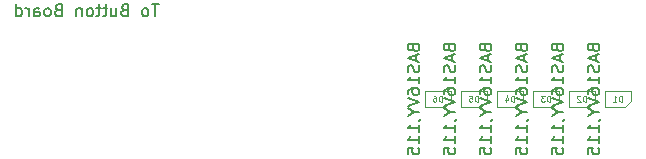
<source format=gbr>
G04 #@! TF.GenerationSoftware,KiCad,Pcbnew,7.0.6*
G04 #@! TF.CreationDate,2023-12-22T13:42:26-08:00*
G04 #@! TF.ProjectId,procon_button_board,70726f63-6f6e-45f6-9275-74746f6e5f62,rev?*
G04 #@! TF.SameCoordinates,Original*
G04 #@! TF.FileFunction,AssemblyDrawing,Bot*
%FSLAX46Y46*%
G04 Gerber Fmt 4.6, Leading zero omitted, Abs format (unit mm)*
G04 Created by KiCad (PCBNEW 7.0.6) date 2023-12-22 13:42:26*
%MOMM*%
%LPD*%
G01*
G04 APERTURE LIST*
%ADD10C,0.150000*%
%ADD11C,0.075000*%
%ADD12C,0.100000*%
G04 APERTURE END LIST*
D10*
X144305729Y-159950088D02*
X144353348Y-160092945D01*
X144353348Y-160092945D02*
X144400967Y-160140564D01*
X144400967Y-160140564D02*
X144496205Y-160188183D01*
X144496205Y-160188183D02*
X144639062Y-160188183D01*
X144639062Y-160188183D02*
X144734300Y-160140564D01*
X144734300Y-160140564D02*
X144781920Y-160092945D01*
X144781920Y-160092945D02*
X144829539Y-159997707D01*
X144829539Y-159997707D02*
X144829539Y-159616755D01*
X144829539Y-159616755D02*
X143829539Y-159616755D01*
X143829539Y-159616755D02*
X143829539Y-159950088D01*
X143829539Y-159950088D02*
X143877158Y-160045326D01*
X143877158Y-160045326D02*
X143924777Y-160092945D01*
X143924777Y-160092945D02*
X144020015Y-160140564D01*
X144020015Y-160140564D02*
X144115253Y-160140564D01*
X144115253Y-160140564D02*
X144210491Y-160092945D01*
X144210491Y-160092945D02*
X144258110Y-160045326D01*
X144258110Y-160045326D02*
X144305729Y-159950088D01*
X144305729Y-159950088D02*
X144305729Y-159616755D01*
X144543824Y-160569136D02*
X144543824Y-161045326D01*
X144829539Y-160473898D02*
X143829539Y-160807231D01*
X143829539Y-160807231D02*
X144829539Y-161140564D01*
X144781920Y-161426279D02*
X144829539Y-161569136D01*
X144829539Y-161569136D02*
X144829539Y-161807231D01*
X144829539Y-161807231D02*
X144781920Y-161902469D01*
X144781920Y-161902469D02*
X144734300Y-161950088D01*
X144734300Y-161950088D02*
X144639062Y-161997707D01*
X144639062Y-161997707D02*
X144543824Y-161997707D01*
X144543824Y-161997707D02*
X144448586Y-161950088D01*
X144448586Y-161950088D02*
X144400967Y-161902469D01*
X144400967Y-161902469D02*
X144353348Y-161807231D01*
X144353348Y-161807231D02*
X144305729Y-161616755D01*
X144305729Y-161616755D02*
X144258110Y-161521517D01*
X144258110Y-161521517D02*
X144210491Y-161473898D01*
X144210491Y-161473898D02*
X144115253Y-161426279D01*
X144115253Y-161426279D02*
X144020015Y-161426279D01*
X144020015Y-161426279D02*
X143924777Y-161473898D01*
X143924777Y-161473898D02*
X143877158Y-161521517D01*
X143877158Y-161521517D02*
X143829539Y-161616755D01*
X143829539Y-161616755D02*
X143829539Y-161854850D01*
X143829539Y-161854850D02*
X143877158Y-161997707D01*
X144829539Y-162950088D02*
X144829539Y-162378660D01*
X144829539Y-162664374D02*
X143829539Y-162664374D01*
X143829539Y-162664374D02*
X143972396Y-162569136D01*
X143972396Y-162569136D02*
X144067634Y-162473898D01*
X144067634Y-162473898D02*
X144115253Y-162378660D01*
X143829539Y-163807231D02*
X143829539Y-163616755D01*
X143829539Y-163616755D02*
X143877158Y-163521517D01*
X143877158Y-163521517D02*
X143924777Y-163473898D01*
X143924777Y-163473898D02*
X144067634Y-163378660D01*
X144067634Y-163378660D02*
X144258110Y-163331041D01*
X144258110Y-163331041D02*
X144639062Y-163331041D01*
X144639062Y-163331041D02*
X144734300Y-163378660D01*
X144734300Y-163378660D02*
X144781920Y-163426279D01*
X144781920Y-163426279D02*
X144829539Y-163521517D01*
X144829539Y-163521517D02*
X144829539Y-163711993D01*
X144829539Y-163711993D02*
X144781920Y-163807231D01*
X144781920Y-163807231D02*
X144734300Y-163854850D01*
X144734300Y-163854850D02*
X144639062Y-163902469D01*
X144639062Y-163902469D02*
X144400967Y-163902469D01*
X144400967Y-163902469D02*
X144305729Y-163854850D01*
X144305729Y-163854850D02*
X144258110Y-163807231D01*
X144258110Y-163807231D02*
X144210491Y-163711993D01*
X144210491Y-163711993D02*
X144210491Y-163521517D01*
X144210491Y-163521517D02*
X144258110Y-163426279D01*
X144258110Y-163426279D02*
X144305729Y-163378660D01*
X144305729Y-163378660D02*
X144400967Y-163331041D01*
X143829539Y-164188184D02*
X144829539Y-164521517D01*
X144829539Y-164521517D02*
X143829539Y-164854850D01*
X144353348Y-165378660D02*
X144829539Y-165378660D01*
X143829539Y-165045327D02*
X144353348Y-165378660D01*
X144353348Y-165378660D02*
X143829539Y-165711993D01*
X144781920Y-166092946D02*
X144829539Y-166092946D01*
X144829539Y-166092946D02*
X144924777Y-166045327D01*
X144924777Y-166045327D02*
X144972396Y-165997708D01*
X144829539Y-167045326D02*
X144829539Y-166473898D01*
X144829539Y-166759612D02*
X143829539Y-166759612D01*
X143829539Y-166759612D02*
X143972396Y-166664374D01*
X143972396Y-166664374D02*
X144067634Y-166569136D01*
X144067634Y-166569136D02*
X144115253Y-166473898D01*
X144829539Y-167997707D02*
X144829539Y-167426279D01*
X144829539Y-167711993D02*
X143829539Y-167711993D01*
X143829539Y-167711993D02*
X143972396Y-167616755D01*
X143972396Y-167616755D02*
X144067634Y-167521517D01*
X144067634Y-167521517D02*
X144115253Y-167426279D01*
X143829539Y-168902469D02*
X143829539Y-168426279D01*
X143829539Y-168426279D02*
X144305729Y-168378660D01*
X144305729Y-168378660D02*
X144258110Y-168426279D01*
X144258110Y-168426279D02*
X144210491Y-168521517D01*
X144210491Y-168521517D02*
X144210491Y-168759612D01*
X144210491Y-168759612D02*
X144258110Y-168854850D01*
X144258110Y-168854850D02*
X144305729Y-168902469D01*
X144305729Y-168902469D02*
X144400967Y-168950088D01*
X144400967Y-168950088D02*
X144639062Y-168950088D01*
X144639062Y-168950088D02*
X144734300Y-168902469D01*
X144734300Y-168902469D02*
X144781920Y-168854850D01*
X144781920Y-168854850D02*
X144829539Y-168759612D01*
X144829539Y-168759612D02*
X144829539Y-168521517D01*
X144829539Y-168521517D02*
X144781920Y-168426279D01*
X144781920Y-168426279D02*
X144734300Y-168378660D01*
D11*
X146743767Y-164487021D02*
X146743767Y-163987021D01*
X146743767Y-163987021D02*
X146624719Y-163987021D01*
X146624719Y-163987021D02*
X146553291Y-164010831D01*
X146553291Y-164010831D02*
X146505672Y-164058450D01*
X146505672Y-164058450D02*
X146481862Y-164106069D01*
X146481862Y-164106069D02*
X146458053Y-164201307D01*
X146458053Y-164201307D02*
X146458053Y-164272735D01*
X146458053Y-164272735D02*
X146481862Y-164367973D01*
X146481862Y-164367973D02*
X146505672Y-164415592D01*
X146505672Y-164415592D02*
X146553291Y-164463212D01*
X146553291Y-164463212D02*
X146624719Y-164487021D01*
X146624719Y-164487021D02*
X146743767Y-164487021D01*
X146267576Y-164034640D02*
X146243767Y-164010831D01*
X146243767Y-164010831D02*
X146196148Y-163987021D01*
X146196148Y-163987021D02*
X146077100Y-163987021D01*
X146077100Y-163987021D02*
X146029481Y-164010831D01*
X146029481Y-164010831D02*
X146005672Y-164034640D01*
X146005672Y-164034640D02*
X145981862Y-164082259D01*
X145981862Y-164082259D02*
X145981862Y-164129878D01*
X145981862Y-164129878D02*
X146005672Y-164201307D01*
X146005672Y-164201307D02*
X146291386Y-164487021D01*
X146291386Y-164487021D02*
X145981862Y-164487021D01*
D10*
X135161729Y-159950088D02*
X135209348Y-160092945D01*
X135209348Y-160092945D02*
X135256967Y-160140564D01*
X135256967Y-160140564D02*
X135352205Y-160188183D01*
X135352205Y-160188183D02*
X135495062Y-160188183D01*
X135495062Y-160188183D02*
X135590300Y-160140564D01*
X135590300Y-160140564D02*
X135637920Y-160092945D01*
X135637920Y-160092945D02*
X135685539Y-159997707D01*
X135685539Y-159997707D02*
X135685539Y-159616755D01*
X135685539Y-159616755D02*
X134685539Y-159616755D01*
X134685539Y-159616755D02*
X134685539Y-159950088D01*
X134685539Y-159950088D02*
X134733158Y-160045326D01*
X134733158Y-160045326D02*
X134780777Y-160092945D01*
X134780777Y-160092945D02*
X134876015Y-160140564D01*
X134876015Y-160140564D02*
X134971253Y-160140564D01*
X134971253Y-160140564D02*
X135066491Y-160092945D01*
X135066491Y-160092945D02*
X135114110Y-160045326D01*
X135114110Y-160045326D02*
X135161729Y-159950088D01*
X135161729Y-159950088D02*
X135161729Y-159616755D01*
X135399824Y-160569136D02*
X135399824Y-161045326D01*
X135685539Y-160473898D02*
X134685539Y-160807231D01*
X134685539Y-160807231D02*
X135685539Y-161140564D01*
X135637920Y-161426279D02*
X135685539Y-161569136D01*
X135685539Y-161569136D02*
X135685539Y-161807231D01*
X135685539Y-161807231D02*
X135637920Y-161902469D01*
X135637920Y-161902469D02*
X135590300Y-161950088D01*
X135590300Y-161950088D02*
X135495062Y-161997707D01*
X135495062Y-161997707D02*
X135399824Y-161997707D01*
X135399824Y-161997707D02*
X135304586Y-161950088D01*
X135304586Y-161950088D02*
X135256967Y-161902469D01*
X135256967Y-161902469D02*
X135209348Y-161807231D01*
X135209348Y-161807231D02*
X135161729Y-161616755D01*
X135161729Y-161616755D02*
X135114110Y-161521517D01*
X135114110Y-161521517D02*
X135066491Y-161473898D01*
X135066491Y-161473898D02*
X134971253Y-161426279D01*
X134971253Y-161426279D02*
X134876015Y-161426279D01*
X134876015Y-161426279D02*
X134780777Y-161473898D01*
X134780777Y-161473898D02*
X134733158Y-161521517D01*
X134733158Y-161521517D02*
X134685539Y-161616755D01*
X134685539Y-161616755D02*
X134685539Y-161854850D01*
X134685539Y-161854850D02*
X134733158Y-161997707D01*
X135685539Y-162950088D02*
X135685539Y-162378660D01*
X135685539Y-162664374D02*
X134685539Y-162664374D01*
X134685539Y-162664374D02*
X134828396Y-162569136D01*
X134828396Y-162569136D02*
X134923634Y-162473898D01*
X134923634Y-162473898D02*
X134971253Y-162378660D01*
X134685539Y-163807231D02*
X134685539Y-163616755D01*
X134685539Y-163616755D02*
X134733158Y-163521517D01*
X134733158Y-163521517D02*
X134780777Y-163473898D01*
X134780777Y-163473898D02*
X134923634Y-163378660D01*
X134923634Y-163378660D02*
X135114110Y-163331041D01*
X135114110Y-163331041D02*
X135495062Y-163331041D01*
X135495062Y-163331041D02*
X135590300Y-163378660D01*
X135590300Y-163378660D02*
X135637920Y-163426279D01*
X135637920Y-163426279D02*
X135685539Y-163521517D01*
X135685539Y-163521517D02*
X135685539Y-163711993D01*
X135685539Y-163711993D02*
X135637920Y-163807231D01*
X135637920Y-163807231D02*
X135590300Y-163854850D01*
X135590300Y-163854850D02*
X135495062Y-163902469D01*
X135495062Y-163902469D02*
X135256967Y-163902469D01*
X135256967Y-163902469D02*
X135161729Y-163854850D01*
X135161729Y-163854850D02*
X135114110Y-163807231D01*
X135114110Y-163807231D02*
X135066491Y-163711993D01*
X135066491Y-163711993D02*
X135066491Y-163521517D01*
X135066491Y-163521517D02*
X135114110Y-163426279D01*
X135114110Y-163426279D02*
X135161729Y-163378660D01*
X135161729Y-163378660D02*
X135256967Y-163331041D01*
X134685539Y-164188184D02*
X135685539Y-164521517D01*
X135685539Y-164521517D02*
X134685539Y-164854850D01*
X135209348Y-165378660D02*
X135685539Y-165378660D01*
X134685539Y-165045327D02*
X135209348Y-165378660D01*
X135209348Y-165378660D02*
X134685539Y-165711993D01*
X135637920Y-166092946D02*
X135685539Y-166092946D01*
X135685539Y-166092946D02*
X135780777Y-166045327D01*
X135780777Y-166045327D02*
X135828396Y-165997708D01*
X135685539Y-167045326D02*
X135685539Y-166473898D01*
X135685539Y-166759612D02*
X134685539Y-166759612D01*
X134685539Y-166759612D02*
X134828396Y-166664374D01*
X134828396Y-166664374D02*
X134923634Y-166569136D01*
X134923634Y-166569136D02*
X134971253Y-166473898D01*
X135685539Y-167997707D02*
X135685539Y-167426279D01*
X135685539Y-167711993D02*
X134685539Y-167711993D01*
X134685539Y-167711993D02*
X134828396Y-167616755D01*
X134828396Y-167616755D02*
X134923634Y-167521517D01*
X134923634Y-167521517D02*
X134971253Y-167426279D01*
X134685539Y-168902469D02*
X134685539Y-168426279D01*
X134685539Y-168426279D02*
X135161729Y-168378660D01*
X135161729Y-168378660D02*
X135114110Y-168426279D01*
X135114110Y-168426279D02*
X135066491Y-168521517D01*
X135066491Y-168521517D02*
X135066491Y-168759612D01*
X135066491Y-168759612D02*
X135114110Y-168854850D01*
X135114110Y-168854850D02*
X135161729Y-168902469D01*
X135161729Y-168902469D02*
X135256967Y-168950088D01*
X135256967Y-168950088D02*
X135495062Y-168950088D01*
X135495062Y-168950088D02*
X135590300Y-168902469D01*
X135590300Y-168902469D02*
X135637920Y-168854850D01*
X135637920Y-168854850D02*
X135685539Y-168759612D01*
X135685539Y-168759612D02*
X135685539Y-168521517D01*
X135685539Y-168521517D02*
X135637920Y-168426279D01*
X135637920Y-168426279D02*
X135590300Y-168378660D01*
D11*
X137599767Y-164487021D02*
X137599767Y-163987021D01*
X137599767Y-163987021D02*
X137480719Y-163987021D01*
X137480719Y-163987021D02*
X137409291Y-164010831D01*
X137409291Y-164010831D02*
X137361672Y-164058450D01*
X137361672Y-164058450D02*
X137337862Y-164106069D01*
X137337862Y-164106069D02*
X137314053Y-164201307D01*
X137314053Y-164201307D02*
X137314053Y-164272735D01*
X137314053Y-164272735D02*
X137337862Y-164367973D01*
X137337862Y-164367973D02*
X137361672Y-164415592D01*
X137361672Y-164415592D02*
X137409291Y-164463212D01*
X137409291Y-164463212D02*
X137480719Y-164487021D01*
X137480719Y-164487021D02*
X137599767Y-164487021D01*
X136861672Y-163987021D02*
X137099767Y-163987021D01*
X137099767Y-163987021D02*
X137123576Y-164225116D01*
X137123576Y-164225116D02*
X137099767Y-164201307D01*
X137099767Y-164201307D02*
X137052148Y-164177497D01*
X137052148Y-164177497D02*
X136933100Y-164177497D01*
X136933100Y-164177497D02*
X136885481Y-164201307D01*
X136885481Y-164201307D02*
X136861672Y-164225116D01*
X136861672Y-164225116D02*
X136837862Y-164272735D01*
X136837862Y-164272735D02*
X136837862Y-164391783D01*
X136837862Y-164391783D02*
X136861672Y-164439402D01*
X136861672Y-164439402D02*
X136885481Y-164463212D01*
X136885481Y-164463212D02*
X136933100Y-164487021D01*
X136933100Y-164487021D02*
X137052148Y-164487021D01*
X137052148Y-164487021D02*
X137099767Y-164463212D01*
X137099767Y-164463212D02*
X137123576Y-164439402D01*
D10*
X138209729Y-159950088D02*
X138257348Y-160092945D01*
X138257348Y-160092945D02*
X138304967Y-160140564D01*
X138304967Y-160140564D02*
X138400205Y-160188183D01*
X138400205Y-160188183D02*
X138543062Y-160188183D01*
X138543062Y-160188183D02*
X138638300Y-160140564D01*
X138638300Y-160140564D02*
X138685920Y-160092945D01*
X138685920Y-160092945D02*
X138733539Y-159997707D01*
X138733539Y-159997707D02*
X138733539Y-159616755D01*
X138733539Y-159616755D02*
X137733539Y-159616755D01*
X137733539Y-159616755D02*
X137733539Y-159950088D01*
X137733539Y-159950088D02*
X137781158Y-160045326D01*
X137781158Y-160045326D02*
X137828777Y-160092945D01*
X137828777Y-160092945D02*
X137924015Y-160140564D01*
X137924015Y-160140564D02*
X138019253Y-160140564D01*
X138019253Y-160140564D02*
X138114491Y-160092945D01*
X138114491Y-160092945D02*
X138162110Y-160045326D01*
X138162110Y-160045326D02*
X138209729Y-159950088D01*
X138209729Y-159950088D02*
X138209729Y-159616755D01*
X138447824Y-160569136D02*
X138447824Y-161045326D01*
X138733539Y-160473898D02*
X137733539Y-160807231D01*
X137733539Y-160807231D02*
X138733539Y-161140564D01*
X138685920Y-161426279D02*
X138733539Y-161569136D01*
X138733539Y-161569136D02*
X138733539Y-161807231D01*
X138733539Y-161807231D02*
X138685920Y-161902469D01*
X138685920Y-161902469D02*
X138638300Y-161950088D01*
X138638300Y-161950088D02*
X138543062Y-161997707D01*
X138543062Y-161997707D02*
X138447824Y-161997707D01*
X138447824Y-161997707D02*
X138352586Y-161950088D01*
X138352586Y-161950088D02*
X138304967Y-161902469D01*
X138304967Y-161902469D02*
X138257348Y-161807231D01*
X138257348Y-161807231D02*
X138209729Y-161616755D01*
X138209729Y-161616755D02*
X138162110Y-161521517D01*
X138162110Y-161521517D02*
X138114491Y-161473898D01*
X138114491Y-161473898D02*
X138019253Y-161426279D01*
X138019253Y-161426279D02*
X137924015Y-161426279D01*
X137924015Y-161426279D02*
X137828777Y-161473898D01*
X137828777Y-161473898D02*
X137781158Y-161521517D01*
X137781158Y-161521517D02*
X137733539Y-161616755D01*
X137733539Y-161616755D02*
X137733539Y-161854850D01*
X137733539Y-161854850D02*
X137781158Y-161997707D01*
X138733539Y-162950088D02*
X138733539Y-162378660D01*
X138733539Y-162664374D02*
X137733539Y-162664374D01*
X137733539Y-162664374D02*
X137876396Y-162569136D01*
X137876396Y-162569136D02*
X137971634Y-162473898D01*
X137971634Y-162473898D02*
X138019253Y-162378660D01*
X137733539Y-163807231D02*
X137733539Y-163616755D01*
X137733539Y-163616755D02*
X137781158Y-163521517D01*
X137781158Y-163521517D02*
X137828777Y-163473898D01*
X137828777Y-163473898D02*
X137971634Y-163378660D01*
X137971634Y-163378660D02*
X138162110Y-163331041D01*
X138162110Y-163331041D02*
X138543062Y-163331041D01*
X138543062Y-163331041D02*
X138638300Y-163378660D01*
X138638300Y-163378660D02*
X138685920Y-163426279D01*
X138685920Y-163426279D02*
X138733539Y-163521517D01*
X138733539Y-163521517D02*
X138733539Y-163711993D01*
X138733539Y-163711993D02*
X138685920Y-163807231D01*
X138685920Y-163807231D02*
X138638300Y-163854850D01*
X138638300Y-163854850D02*
X138543062Y-163902469D01*
X138543062Y-163902469D02*
X138304967Y-163902469D01*
X138304967Y-163902469D02*
X138209729Y-163854850D01*
X138209729Y-163854850D02*
X138162110Y-163807231D01*
X138162110Y-163807231D02*
X138114491Y-163711993D01*
X138114491Y-163711993D02*
X138114491Y-163521517D01*
X138114491Y-163521517D02*
X138162110Y-163426279D01*
X138162110Y-163426279D02*
X138209729Y-163378660D01*
X138209729Y-163378660D02*
X138304967Y-163331041D01*
X137733539Y-164188184D02*
X138733539Y-164521517D01*
X138733539Y-164521517D02*
X137733539Y-164854850D01*
X138257348Y-165378660D02*
X138733539Y-165378660D01*
X137733539Y-165045327D02*
X138257348Y-165378660D01*
X138257348Y-165378660D02*
X137733539Y-165711993D01*
X138685920Y-166092946D02*
X138733539Y-166092946D01*
X138733539Y-166092946D02*
X138828777Y-166045327D01*
X138828777Y-166045327D02*
X138876396Y-165997708D01*
X138733539Y-167045326D02*
X138733539Y-166473898D01*
X138733539Y-166759612D02*
X137733539Y-166759612D01*
X137733539Y-166759612D02*
X137876396Y-166664374D01*
X137876396Y-166664374D02*
X137971634Y-166569136D01*
X137971634Y-166569136D02*
X138019253Y-166473898D01*
X138733539Y-167997707D02*
X138733539Y-167426279D01*
X138733539Y-167711993D02*
X137733539Y-167711993D01*
X137733539Y-167711993D02*
X137876396Y-167616755D01*
X137876396Y-167616755D02*
X137971634Y-167521517D01*
X137971634Y-167521517D02*
X138019253Y-167426279D01*
X137733539Y-168902469D02*
X137733539Y-168426279D01*
X137733539Y-168426279D02*
X138209729Y-168378660D01*
X138209729Y-168378660D02*
X138162110Y-168426279D01*
X138162110Y-168426279D02*
X138114491Y-168521517D01*
X138114491Y-168521517D02*
X138114491Y-168759612D01*
X138114491Y-168759612D02*
X138162110Y-168854850D01*
X138162110Y-168854850D02*
X138209729Y-168902469D01*
X138209729Y-168902469D02*
X138304967Y-168950088D01*
X138304967Y-168950088D02*
X138543062Y-168950088D01*
X138543062Y-168950088D02*
X138638300Y-168902469D01*
X138638300Y-168902469D02*
X138685920Y-168854850D01*
X138685920Y-168854850D02*
X138733539Y-168759612D01*
X138733539Y-168759612D02*
X138733539Y-168521517D01*
X138733539Y-168521517D02*
X138685920Y-168426279D01*
X138685920Y-168426279D02*
X138638300Y-168378660D01*
D11*
X140647767Y-164487021D02*
X140647767Y-163987021D01*
X140647767Y-163987021D02*
X140528719Y-163987021D01*
X140528719Y-163987021D02*
X140457291Y-164010831D01*
X140457291Y-164010831D02*
X140409672Y-164058450D01*
X140409672Y-164058450D02*
X140385862Y-164106069D01*
X140385862Y-164106069D02*
X140362053Y-164201307D01*
X140362053Y-164201307D02*
X140362053Y-164272735D01*
X140362053Y-164272735D02*
X140385862Y-164367973D01*
X140385862Y-164367973D02*
X140409672Y-164415592D01*
X140409672Y-164415592D02*
X140457291Y-164463212D01*
X140457291Y-164463212D02*
X140528719Y-164487021D01*
X140528719Y-164487021D02*
X140647767Y-164487021D01*
X139933481Y-164153688D02*
X139933481Y-164487021D01*
X140052529Y-163963212D02*
X140171576Y-164320354D01*
X140171576Y-164320354D02*
X139862053Y-164320354D01*
D10*
X132113729Y-159950088D02*
X132161348Y-160092945D01*
X132161348Y-160092945D02*
X132208967Y-160140564D01*
X132208967Y-160140564D02*
X132304205Y-160188183D01*
X132304205Y-160188183D02*
X132447062Y-160188183D01*
X132447062Y-160188183D02*
X132542300Y-160140564D01*
X132542300Y-160140564D02*
X132589920Y-160092945D01*
X132589920Y-160092945D02*
X132637539Y-159997707D01*
X132637539Y-159997707D02*
X132637539Y-159616755D01*
X132637539Y-159616755D02*
X131637539Y-159616755D01*
X131637539Y-159616755D02*
X131637539Y-159950088D01*
X131637539Y-159950088D02*
X131685158Y-160045326D01*
X131685158Y-160045326D02*
X131732777Y-160092945D01*
X131732777Y-160092945D02*
X131828015Y-160140564D01*
X131828015Y-160140564D02*
X131923253Y-160140564D01*
X131923253Y-160140564D02*
X132018491Y-160092945D01*
X132018491Y-160092945D02*
X132066110Y-160045326D01*
X132066110Y-160045326D02*
X132113729Y-159950088D01*
X132113729Y-159950088D02*
X132113729Y-159616755D01*
X132351824Y-160569136D02*
X132351824Y-161045326D01*
X132637539Y-160473898D02*
X131637539Y-160807231D01*
X131637539Y-160807231D02*
X132637539Y-161140564D01*
X132589920Y-161426279D02*
X132637539Y-161569136D01*
X132637539Y-161569136D02*
X132637539Y-161807231D01*
X132637539Y-161807231D02*
X132589920Y-161902469D01*
X132589920Y-161902469D02*
X132542300Y-161950088D01*
X132542300Y-161950088D02*
X132447062Y-161997707D01*
X132447062Y-161997707D02*
X132351824Y-161997707D01*
X132351824Y-161997707D02*
X132256586Y-161950088D01*
X132256586Y-161950088D02*
X132208967Y-161902469D01*
X132208967Y-161902469D02*
X132161348Y-161807231D01*
X132161348Y-161807231D02*
X132113729Y-161616755D01*
X132113729Y-161616755D02*
X132066110Y-161521517D01*
X132066110Y-161521517D02*
X132018491Y-161473898D01*
X132018491Y-161473898D02*
X131923253Y-161426279D01*
X131923253Y-161426279D02*
X131828015Y-161426279D01*
X131828015Y-161426279D02*
X131732777Y-161473898D01*
X131732777Y-161473898D02*
X131685158Y-161521517D01*
X131685158Y-161521517D02*
X131637539Y-161616755D01*
X131637539Y-161616755D02*
X131637539Y-161854850D01*
X131637539Y-161854850D02*
X131685158Y-161997707D01*
X132637539Y-162950088D02*
X132637539Y-162378660D01*
X132637539Y-162664374D02*
X131637539Y-162664374D01*
X131637539Y-162664374D02*
X131780396Y-162569136D01*
X131780396Y-162569136D02*
X131875634Y-162473898D01*
X131875634Y-162473898D02*
X131923253Y-162378660D01*
X131637539Y-163807231D02*
X131637539Y-163616755D01*
X131637539Y-163616755D02*
X131685158Y-163521517D01*
X131685158Y-163521517D02*
X131732777Y-163473898D01*
X131732777Y-163473898D02*
X131875634Y-163378660D01*
X131875634Y-163378660D02*
X132066110Y-163331041D01*
X132066110Y-163331041D02*
X132447062Y-163331041D01*
X132447062Y-163331041D02*
X132542300Y-163378660D01*
X132542300Y-163378660D02*
X132589920Y-163426279D01*
X132589920Y-163426279D02*
X132637539Y-163521517D01*
X132637539Y-163521517D02*
X132637539Y-163711993D01*
X132637539Y-163711993D02*
X132589920Y-163807231D01*
X132589920Y-163807231D02*
X132542300Y-163854850D01*
X132542300Y-163854850D02*
X132447062Y-163902469D01*
X132447062Y-163902469D02*
X132208967Y-163902469D01*
X132208967Y-163902469D02*
X132113729Y-163854850D01*
X132113729Y-163854850D02*
X132066110Y-163807231D01*
X132066110Y-163807231D02*
X132018491Y-163711993D01*
X132018491Y-163711993D02*
X132018491Y-163521517D01*
X132018491Y-163521517D02*
X132066110Y-163426279D01*
X132066110Y-163426279D02*
X132113729Y-163378660D01*
X132113729Y-163378660D02*
X132208967Y-163331041D01*
X131637539Y-164188184D02*
X132637539Y-164521517D01*
X132637539Y-164521517D02*
X131637539Y-164854850D01*
X132161348Y-165378660D02*
X132637539Y-165378660D01*
X131637539Y-165045327D02*
X132161348Y-165378660D01*
X132161348Y-165378660D02*
X131637539Y-165711993D01*
X132589920Y-166092946D02*
X132637539Y-166092946D01*
X132637539Y-166092946D02*
X132732777Y-166045327D01*
X132732777Y-166045327D02*
X132780396Y-165997708D01*
X132637539Y-167045326D02*
X132637539Y-166473898D01*
X132637539Y-166759612D02*
X131637539Y-166759612D01*
X131637539Y-166759612D02*
X131780396Y-166664374D01*
X131780396Y-166664374D02*
X131875634Y-166569136D01*
X131875634Y-166569136D02*
X131923253Y-166473898D01*
X132637539Y-167997707D02*
X132637539Y-167426279D01*
X132637539Y-167711993D02*
X131637539Y-167711993D01*
X131637539Y-167711993D02*
X131780396Y-167616755D01*
X131780396Y-167616755D02*
X131875634Y-167521517D01*
X131875634Y-167521517D02*
X131923253Y-167426279D01*
X131637539Y-168902469D02*
X131637539Y-168426279D01*
X131637539Y-168426279D02*
X132113729Y-168378660D01*
X132113729Y-168378660D02*
X132066110Y-168426279D01*
X132066110Y-168426279D02*
X132018491Y-168521517D01*
X132018491Y-168521517D02*
X132018491Y-168759612D01*
X132018491Y-168759612D02*
X132066110Y-168854850D01*
X132066110Y-168854850D02*
X132113729Y-168902469D01*
X132113729Y-168902469D02*
X132208967Y-168950088D01*
X132208967Y-168950088D02*
X132447062Y-168950088D01*
X132447062Y-168950088D02*
X132542300Y-168902469D01*
X132542300Y-168902469D02*
X132589920Y-168854850D01*
X132589920Y-168854850D02*
X132637539Y-168759612D01*
X132637539Y-168759612D02*
X132637539Y-168521517D01*
X132637539Y-168521517D02*
X132589920Y-168426279D01*
X132589920Y-168426279D02*
X132542300Y-168378660D01*
D11*
X134551767Y-164487021D02*
X134551767Y-163987021D01*
X134551767Y-163987021D02*
X134432719Y-163987021D01*
X134432719Y-163987021D02*
X134361291Y-164010831D01*
X134361291Y-164010831D02*
X134313672Y-164058450D01*
X134313672Y-164058450D02*
X134289862Y-164106069D01*
X134289862Y-164106069D02*
X134266053Y-164201307D01*
X134266053Y-164201307D02*
X134266053Y-164272735D01*
X134266053Y-164272735D02*
X134289862Y-164367973D01*
X134289862Y-164367973D02*
X134313672Y-164415592D01*
X134313672Y-164415592D02*
X134361291Y-164463212D01*
X134361291Y-164463212D02*
X134432719Y-164487021D01*
X134432719Y-164487021D02*
X134551767Y-164487021D01*
X133837481Y-163987021D02*
X133932719Y-163987021D01*
X133932719Y-163987021D02*
X133980338Y-164010831D01*
X133980338Y-164010831D02*
X134004148Y-164034640D01*
X134004148Y-164034640D02*
X134051767Y-164106069D01*
X134051767Y-164106069D02*
X134075576Y-164201307D01*
X134075576Y-164201307D02*
X134075576Y-164391783D01*
X134075576Y-164391783D02*
X134051767Y-164439402D01*
X134051767Y-164439402D02*
X134027957Y-164463212D01*
X134027957Y-164463212D02*
X133980338Y-164487021D01*
X133980338Y-164487021D02*
X133885100Y-164487021D01*
X133885100Y-164487021D02*
X133837481Y-164463212D01*
X133837481Y-164463212D02*
X133813672Y-164439402D01*
X133813672Y-164439402D02*
X133789862Y-164391783D01*
X133789862Y-164391783D02*
X133789862Y-164272735D01*
X133789862Y-164272735D02*
X133813672Y-164225116D01*
X133813672Y-164225116D02*
X133837481Y-164201307D01*
X133837481Y-164201307D02*
X133885100Y-164177497D01*
X133885100Y-164177497D02*
X133980338Y-164177497D01*
X133980338Y-164177497D02*
X134027957Y-164201307D01*
X134027957Y-164201307D02*
X134051767Y-164225116D01*
X134051767Y-164225116D02*
X134075576Y-164272735D01*
D10*
X141257729Y-159950088D02*
X141305348Y-160092945D01*
X141305348Y-160092945D02*
X141352967Y-160140564D01*
X141352967Y-160140564D02*
X141448205Y-160188183D01*
X141448205Y-160188183D02*
X141591062Y-160188183D01*
X141591062Y-160188183D02*
X141686300Y-160140564D01*
X141686300Y-160140564D02*
X141733920Y-160092945D01*
X141733920Y-160092945D02*
X141781539Y-159997707D01*
X141781539Y-159997707D02*
X141781539Y-159616755D01*
X141781539Y-159616755D02*
X140781539Y-159616755D01*
X140781539Y-159616755D02*
X140781539Y-159950088D01*
X140781539Y-159950088D02*
X140829158Y-160045326D01*
X140829158Y-160045326D02*
X140876777Y-160092945D01*
X140876777Y-160092945D02*
X140972015Y-160140564D01*
X140972015Y-160140564D02*
X141067253Y-160140564D01*
X141067253Y-160140564D02*
X141162491Y-160092945D01*
X141162491Y-160092945D02*
X141210110Y-160045326D01*
X141210110Y-160045326D02*
X141257729Y-159950088D01*
X141257729Y-159950088D02*
X141257729Y-159616755D01*
X141495824Y-160569136D02*
X141495824Y-161045326D01*
X141781539Y-160473898D02*
X140781539Y-160807231D01*
X140781539Y-160807231D02*
X141781539Y-161140564D01*
X141733920Y-161426279D02*
X141781539Y-161569136D01*
X141781539Y-161569136D02*
X141781539Y-161807231D01*
X141781539Y-161807231D02*
X141733920Y-161902469D01*
X141733920Y-161902469D02*
X141686300Y-161950088D01*
X141686300Y-161950088D02*
X141591062Y-161997707D01*
X141591062Y-161997707D02*
X141495824Y-161997707D01*
X141495824Y-161997707D02*
X141400586Y-161950088D01*
X141400586Y-161950088D02*
X141352967Y-161902469D01*
X141352967Y-161902469D02*
X141305348Y-161807231D01*
X141305348Y-161807231D02*
X141257729Y-161616755D01*
X141257729Y-161616755D02*
X141210110Y-161521517D01*
X141210110Y-161521517D02*
X141162491Y-161473898D01*
X141162491Y-161473898D02*
X141067253Y-161426279D01*
X141067253Y-161426279D02*
X140972015Y-161426279D01*
X140972015Y-161426279D02*
X140876777Y-161473898D01*
X140876777Y-161473898D02*
X140829158Y-161521517D01*
X140829158Y-161521517D02*
X140781539Y-161616755D01*
X140781539Y-161616755D02*
X140781539Y-161854850D01*
X140781539Y-161854850D02*
X140829158Y-161997707D01*
X141781539Y-162950088D02*
X141781539Y-162378660D01*
X141781539Y-162664374D02*
X140781539Y-162664374D01*
X140781539Y-162664374D02*
X140924396Y-162569136D01*
X140924396Y-162569136D02*
X141019634Y-162473898D01*
X141019634Y-162473898D02*
X141067253Y-162378660D01*
X140781539Y-163807231D02*
X140781539Y-163616755D01*
X140781539Y-163616755D02*
X140829158Y-163521517D01*
X140829158Y-163521517D02*
X140876777Y-163473898D01*
X140876777Y-163473898D02*
X141019634Y-163378660D01*
X141019634Y-163378660D02*
X141210110Y-163331041D01*
X141210110Y-163331041D02*
X141591062Y-163331041D01*
X141591062Y-163331041D02*
X141686300Y-163378660D01*
X141686300Y-163378660D02*
X141733920Y-163426279D01*
X141733920Y-163426279D02*
X141781539Y-163521517D01*
X141781539Y-163521517D02*
X141781539Y-163711993D01*
X141781539Y-163711993D02*
X141733920Y-163807231D01*
X141733920Y-163807231D02*
X141686300Y-163854850D01*
X141686300Y-163854850D02*
X141591062Y-163902469D01*
X141591062Y-163902469D02*
X141352967Y-163902469D01*
X141352967Y-163902469D02*
X141257729Y-163854850D01*
X141257729Y-163854850D02*
X141210110Y-163807231D01*
X141210110Y-163807231D02*
X141162491Y-163711993D01*
X141162491Y-163711993D02*
X141162491Y-163521517D01*
X141162491Y-163521517D02*
X141210110Y-163426279D01*
X141210110Y-163426279D02*
X141257729Y-163378660D01*
X141257729Y-163378660D02*
X141352967Y-163331041D01*
X140781539Y-164188184D02*
X141781539Y-164521517D01*
X141781539Y-164521517D02*
X140781539Y-164854850D01*
X141305348Y-165378660D02*
X141781539Y-165378660D01*
X140781539Y-165045327D02*
X141305348Y-165378660D01*
X141305348Y-165378660D02*
X140781539Y-165711993D01*
X141733920Y-166092946D02*
X141781539Y-166092946D01*
X141781539Y-166092946D02*
X141876777Y-166045327D01*
X141876777Y-166045327D02*
X141924396Y-165997708D01*
X141781539Y-167045326D02*
X141781539Y-166473898D01*
X141781539Y-166759612D02*
X140781539Y-166759612D01*
X140781539Y-166759612D02*
X140924396Y-166664374D01*
X140924396Y-166664374D02*
X141019634Y-166569136D01*
X141019634Y-166569136D02*
X141067253Y-166473898D01*
X141781539Y-167997707D02*
X141781539Y-167426279D01*
X141781539Y-167711993D02*
X140781539Y-167711993D01*
X140781539Y-167711993D02*
X140924396Y-167616755D01*
X140924396Y-167616755D02*
X141019634Y-167521517D01*
X141019634Y-167521517D02*
X141067253Y-167426279D01*
X140781539Y-168902469D02*
X140781539Y-168426279D01*
X140781539Y-168426279D02*
X141257729Y-168378660D01*
X141257729Y-168378660D02*
X141210110Y-168426279D01*
X141210110Y-168426279D02*
X141162491Y-168521517D01*
X141162491Y-168521517D02*
X141162491Y-168759612D01*
X141162491Y-168759612D02*
X141210110Y-168854850D01*
X141210110Y-168854850D02*
X141257729Y-168902469D01*
X141257729Y-168902469D02*
X141352967Y-168950088D01*
X141352967Y-168950088D02*
X141591062Y-168950088D01*
X141591062Y-168950088D02*
X141686300Y-168902469D01*
X141686300Y-168902469D02*
X141733920Y-168854850D01*
X141733920Y-168854850D02*
X141781539Y-168759612D01*
X141781539Y-168759612D02*
X141781539Y-168521517D01*
X141781539Y-168521517D02*
X141733920Y-168426279D01*
X141733920Y-168426279D02*
X141686300Y-168378660D01*
D11*
X143695767Y-164487021D02*
X143695767Y-163987021D01*
X143695767Y-163987021D02*
X143576719Y-163987021D01*
X143576719Y-163987021D02*
X143505291Y-164010831D01*
X143505291Y-164010831D02*
X143457672Y-164058450D01*
X143457672Y-164058450D02*
X143433862Y-164106069D01*
X143433862Y-164106069D02*
X143410053Y-164201307D01*
X143410053Y-164201307D02*
X143410053Y-164272735D01*
X143410053Y-164272735D02*
X143433862Y-164367973D01*
X143433862Y-164367973D02*
X143457672Y-164415592D01*
X143457672Y-164415592D02*
X143505291Y-164463212D01*
X143505291Y-164463212D02*
X143576719Y-164487021D01*
X143576719Y-164487021D02*
X143695767Y-164487021D01*
X143243386Y-163987021D02*
X142933862Y-163987021D01*
X142933862Y-163987021D02*
X143100529Y-164177497D01*
X143100529Y-164177497D02*
X143029100Y-164177497D01*
X143029100Y-164177497D02*
X142981481Y-164201307D01*
X142981481Y-164201307D02*
X142957672Y-164225116D01*
X142957672Y-164225116D02*
X142933862Y-164272735D01*
X142933862Y-164272735D02*
X142933862Y-164391783D01*
X142933862Y-164391783D02*
X142957672Y-164439402D01*
X142957672Y-164439402D02*
X142981481Y-164463212D01*
X142981481Y-164463212D02*
X143029100Y-164487021D01*
X143029100Y-164487021D02*
X143171957Y-164487021D01*
X143171957Y-164487021D02*
X143219576Y-164463212D01*
X143219576Y-164463212D02*
X143243386Y-164439402D01*
D10*
X147353729Y-159950088D02*
X147401348Y-160092945D01*
X147401348Y-160092945D02*
X147448967Y-160140564D01*
X147448967Y-160140564D02*
X147544205Y-160188183D01*
X147544205Y-160188183D02*
X147687062Y-160188183D01*
X147687062Y-160188183D02*
X147782300Y-160140564D01*
X147782300Y-160140564D02*
X147829920Y-160092945D01*
X147829920Y-160092945D02*
X147877539Y-159997707D01*
X147877539Y-159997707D02*
X147877539Y-159616755D01*
X147877539Y-159616755D02*
X146877539Y-159616755D01*
X146877539Y-159616755D02*
X146877539Y-159950088D01*
X146877539Y-159950088D02*
X146925158Y-160045326D01*
X146925158Y-160045326D02*
X146972777Y-160092945D01*
X146972777Y-160092945D02*
X147068015Y-160140564D01*
X147068015Y-160140564D02*
X147163253Y-160140564D01*
X147163253Y-160140564D02*
X147258491Y-160092945D01*
X147258491Y-160092945D02*
X147306110Y-160045326D01*
X147306110Y-160045326D02*
X147353729Y-159950088D01*
X147353729Y-159950088D02*
X147353729Y-159616755D01*
X147591824Y-160569136D02*
X147591824Y-161045326D01*
X147877539Y-160473898D02*
X146877539Y-160807231D01*
X146877539Y-160807231D02*
X147877539Y-161140564D01*
X147829920Y-161426279D02*
X147877539Y-161569136D01*
X147877539Y-161569136D02*
X147877539Y-161807231D01*
X147877539Y-161807231D02*
X147829920Y-161902469D01*
X147829920Y-161902469D02*
X147782300Y-161950088D01*
X147782300Y-161950088D02*
X147687062Y-161997707D01*
X147687062Y-161997707D02*
X147591824Y-161997707D01*
X147591824Y-161997707D02*
X147496586Y-161950088D01*
X147496586Y-161950088D02*
X147448967Y-161902469D01*
X147448967Y-161902469D02*
X147401348Y-161807231D01*
X147401348Y-161807231D02*
X147353729Y-161616755D01*
X147353729Y-161616755D02*
X147306110Y-161521517D01*
X147306110Y-161521517D02*
X147258491Y-161473898D01*
X147258491Y-161473898D02*
X147163253Y-161426279D01*
X147163253Y-161426279D02*
X147068015Y-161426279D01*
X147068015Y-161426279D02*
X146972777Y-161473898D01*
X146972777Y-161473898D02*
X146925158Y-161521517D01*
X146925158Y-161521517D02*
X146877539Y-161616755D01*
X146877539Y-161616755D02*
X146877539Y-161854850D01*
X146877539Y-161854850D02*
X146925158Y-161997707D01*
X147877539Y-162950088D02*
X147877539Y-162378660D01*
X147877539Y-162664374D02*
X146877539Y-162664374D01*
X146877539Y-162664374D02*
X147020396Y-162569136D01*
X147020396Y-162569136D02*
X147115634Y-162473898D01*
X147115634Y-162473898D02*
X147163253Y-162378660D01*
X146877539Y-163807231D02*
X146877539Y-163616755D01*
X146877539Y-163616755D02*
X146925158Y-163521517D01*
X146925158Y-163521517D02*
X146972777Y-163473898D01*
X146972777Y-163473898D02*
X147115634Y-163378660D01*
X147115634Y-163378660D02*
X147306110Y-163331041D01*
X147306110Y-163331041D02*
X147687062Y-163331041D01*
X147687062Y-163331041D02*
X147782300Y-163378660D01*
X147782300Y-163378660D02*
X147829920Y-163426279D01*
X147829920Y-163426279D02*
X147877539Y-163521517D01*
X147877539Y-163521517D02*
X147877539Y-163711993D01*
X147877539Y-163711993D02*
X147829920Y-163807231D01*
X147829920Y-163807231D02*
X147782300Y-163854850D01*
X147782300Y-163854850D02*
X147687062Y-163902469D01*
X147687062Y-163902469D02*
X147448967Y-163902469D01*
X147448967Y-163902469D02*
X147353729Y-163854850D01*
X147353729Y-163854850D02*
X147306110Y-163807231D01*
X147306110Y-163807231D02*
X147258491Y-163711993D01*
X147258491Y-163711993D02*
X147258491Y-163521517D01*
X147258491Y-163521517D02*
X147306110Y-163426279D01*
X147306110Y-163426279D02*
X147353729Y-163378660D01*
X147353729Y-163378660D02*
X147448967Y-163331041D01*
X146877539Y-164188184D02*
X147877539Y-164521517D01*
X147877539Y-164521517D02*
X146877539Y-164854850D01*
X147401348Y-165378660D02*
X147877539Y-165378660D01*
X146877539Y-165045327D02*
X147401348Y-165378660D01*
X147401348Y-165378660D02*
X146877539Y-165711993D01*
X147829920Y-166092946D02*
X147877539Y-166092946D01*
X147877539Y-166092946D02*
X147972777Y-166045327D01*
X147972777Y-166045327D02*
X148020396Y-165997708D01*
X147877539Y-167045326D02*
X147877539Y-166473898D01*
X147877539Y-166759612D02*
X146877539Y-166759612D01*
X146877539Y-166759612D02*
X147020396Y-166664374D01*
X147020396Y-166664374D02*
X147115634Y-166569136D01*
X147115634Y-166569136D02*
X147163253Y-166473898D01*
X147877539Y-167997707D02*
X147877539Y-167426279D01*
X147877539Y-167711993D02*
X146877539Y-167711993D01*
X146877539Y-167711993D02*
X147020396Y-167616755D01*
X147020396Y-167616755D02*
X147115634Y-167521517D01*
X147115634Y-167521517D02*
X147163253Y-167426279D01*
X146877539Y-168902469D02*
X146877539Y-168426279D01*
X146877539Y-168426279D02*
X147353729Y-168378660D01*
X147353729Y-168378660D02*
X147306110Y-168426279D01*
X147306110Y-168426279D02*
X147258491Y-168521517D01*
X147258491Y-168521517D02*
X147258491Y-168759612D01*
X147258491Y-168759612D02*
X147306110Y-168854850D01*
X147306110Y-168854850D02*
X147353729Y-168902469D01*
X147353729Y-168902469D02*
X147448967Y-168950088D01*
X147448967Y-168950088D02*
X147687062Y-168950088D01*
X147687062Y-168950088D02*
X147782300Y-168902469D01*
X147782300Y-168902469D02*
X147829920Y-168854850D01*
X147829920Y-168854850D02*
X147877539Y-168759612D01*
X147877539Y-168759612D02*
X147877539Y-168521517D01*
X147877539Y-168521517D02*
X147829920Y-168426279D01*
X147829920Y-168426279D02*
X147782300Y-168378660D01*
D11*
X149791767Y-164487021D02*
X149791767Y-163987021D01*
X149791767Y-163987021D02*
X149672719Y-163987021D01*
X149672719Y-163987021D02*
X149601291Y-164010831D01*
X149601291Y-164010831D02*
X149553672Y-164058450D01*
X149553672Y-164058450D02*
X149529862Y-164106069D01*
X149529862Y-164106069D02*
X149506053Y-164201307D01*
X149506053Y-164201307D02*
X149506053Y-164272735D01*
X149506053Y-164272735D02*
X149529862Y-164367973D01*
X149529862Y-164367973D02*
X149553672Y-164415592D01*
X149553672Y-164415592D02*
X149601291Y-164463212D01*
X149601291Y-164463212D02*
X149672719Y-164487021D01*
X149672719Y-164487021D02*
X149791767Y-164487021D01*
X149029862Y-164487021D02*
X149315576Y-164487021D01*
X149172719Y-164487021D02*
X149172719Y-163987021D01*
X149172719Y-163987021D02*
X149220338Y-164058450D01*
X149220338Y-164058450D02*
X149267957Y-164106069D01*
X149267957Y-164106069D02*
X149315576Y-164129878D01*
D10*
X110559958Y-156256063D02*
X109988530Y-156256063D01*
X110274244Y-157256063D02*
X110274244Y-156256063D01*
X109512339Y-157256063D02*
X109607577Y-157208444D01*
X109607577Y-157208444D02*
X109655196Y-157160824D01*
X109655196Y-157160824D02*
X109702815Y-157065586D01*
X109702815Y-157065586D02*
X109702815Y-156779872D01*
X109702815Y-156779872D02*
X109655196Y-156684634D01*
X109655196Y-156684634D02*
X109607577Y-156637015D01*
X109607577Y-156637015D02*
X109512339Y-156589396D01*
X109512339Y-156589396D02*
X109369482Y-156589396D01*
X109369482Y-156589396D02*
X109274244Y-156637015D01*
X109274244Y-156637015D02*
X109226625Y-156684634D01*
X109226625Y-156684634D02*
X109179006Y-156779872D01*
X109179006Y-156779872D02*
X109179006Y-157065586D01*
X109179006Y-157065586D02*
X109226625Y-157160824D01*
X109226625Y-157160824D02*
X109274244Y-157208444D01*
X109274244Y-157208444D02*
X109369482Y-157256063D01*
X109369482Y-157256063D02*
X109512339Y-157256063D01*
X107655196Y-156732253D02*
X107512339Y-156779872D01*
X107512339Y-156779872D02*
X107464720Y-156827491D01*
X107464720Y-156827491D02*
X107417101Y-156922729D01*
X107417101Y-156922729D02*
X107417101Y-157065586D01*
X107417101Y-157065586D02*
X107464720Y-157160824D01*
X107464720Y-157160824D02*
X107512339Y-157208444D01*
X107512339Y-157208444D02*
X107607577Y-157256063D01*
X107607577Y-157256063D02*
X107988529Y-157256063D01*
X107988529Y-157256063D02*
X107988529Y-156256063D01*
X107988529Y-156256063D02*
X107655196Y-156256063D01*
X107655196Y-156256063D02*
X107559958Y-156303682D01*
X107559958Y-156303682D02*
X107512339Y-156351301D01*
X107512339Y-156351301D02*
X107464720Y-156446539D01*
X107464720Y-156446539D02*
X107464720Y-156541777D01*
X107464720Y-156541777D02*
X107512339Y-156637015D01*
X107512339Y-156637015D02*
X107559958Y-156684634D01*
X107559958Y-156684634D02*
X107655196Y-156732253D01*
X107655196Y-156732253D02*
X107988529Y-156732253D01*
X106559958Y-156589396D02*
X106559958Y-157256063D01*
X106988529Y-156589396D02*
X106988529Y-157113205D01*
X106988529Y-157113205D02*
X106940910Y-157208444D01*
X106940910Y-157208444D02*
X106845672Y-157256063D01*
X106845672Y-157256063D02*
X106702815Y-157256063D01*
X106702815Y-157256063D02*
X106607577Y-157208444D01*
X106607577Y-157208444D02*
X106559958Y-157160824D01*
X106226624Y-156589396D02*
X105845672Y-156589396D01*
X106083767Y-156256063D02*
X106083767Y-157113205D01*
X106083767Y-157113205D02*
X106036148Y-157208444D01*
X106036148Y-157208444D02*
X105940910Y-157256063D01*
X105940910Y-157256063D02*
X105845672Y-157256063D01*
X105655195Y-156589396D02*
X105274243Y-156589396D01*
X105512338Y-156256063D02*
X105512338Y-157113205D01*
X105512338Y-157113205D02*
X105464719Y-157208444D01*
X105464719Y-157208444D02*
X105369481Y-157256063D01*
X105369481Y-157256063D02*
X105274243Y-157256063D01*
X104798052Y-157256063D02*
X104893290Y-157208444D01*
X104893290Y-157208444D02*
X104940909Y-157160824D01*
X104940909Y-157160824D02*
X104988528Y-157065586D01*
X104988528Y-157065586D02*
X104988528Y-156779872D01*
X104988528Y-156779872D02*
X104940909Y-156684634D01*
X104940909Y-156684634D02*
X104893290Y-156637015D01*
X104893290Y-156637015D02*
X104798052Y-156589396D01*
X104798052Y-156589396D02*
X104655195Y-156589396D01*
X104655195Y-156589396D02*
X104559957Y-156637015D01*
X104559957Y-156637015D02*
X104512338Y-156684634D01*
X104512338Y-156684634D02*
X104464719Y-156779872D01*
X104464719Y-156779872D02*
X104464719Y-157065586D01*
X104464719Y-157065586D02*
X104512338Y-157160824D01*
X104512338Y-157160824D02*
X104559957Y-157208444D01*
X104559957Y-157208444D02*
X104655195Y-157256063D01*
X104655195Y-157256063D02*
X104798052Y-157256063D01*
X104036147Y-156589396D02*
X104036147Y-157256063D01*
X104036147Y-156684634D02*
X103988528Y-156637015D01*
X103988528Y-156637015D02*
X103893290Y-156589396D01*
X103893290Y-156589396D02*
X103750433Y-156589396D01*
X103750433Y-156589396D02*
X103655195Y-156637015D01*
X103655195Y-156637015D02*
X103607576Y-156732253D01*
X103607576Y-156732253D02*
X103607576Y-157256063D01*
X102036147Y-156732253D02*
X101893290Y-156779872D01*
X101893290Y-156779872D02*
X101845671Y-156827491D01*
X101845671Y-156827491D02*
X101798052Y-156922729D01*
X101798052Y-156922729D02*
X101798052Y-157065586D01*
X101798052Y-157065586D02*
X101845671Y-157160824D01*
X101845671Y-157160824D02*
X101893290Y-157208444D01*
X101893290Y-157208444D02*
X101988528Y-157256063D01*
X101988528Y-157256063D02*
X102369480Y-157256063D01*
X102369480Y-157256063D02*
X102369480Y-156256063D01*
X102369480Y-156256063D02*
X102036147Y-156256063D01*
X102036147Y-156256063D02*
X101940909Y-156303682D01*
X101940909Y-156303682D02*
X101893290Y-156351301D01*
X101893290Y-156351301D02*
X101845671Y-156446539D01*
X101845671Y-156446539D02*
X101845671Y-156541777D01*
X101845671Y-156541777D02*
X101893290Y-156637015D01*
X101893290Y-156637015D02*
X101940909Y-156684634D01*
X101940909Y-156684634D02*
X102036147Y-156732253D01*
X102036147Y-156732253D02*
X102369480Y-156732253D01*
X101226623Y-157256063D02*
X101321861Y-157208444D01*
X101321861Y-157208444D02*
X101369480Y-157160824D01*
X101369480Y-157160824D02*
X101417099Y-157065586D01*
X101417099Y-157065586D02*
X101417099Y-156779872D01*
X101417099Y-156779872D02*
X101369480Y-156684634D01*
X101369480Y-156684634D02*
X101321861Y-156637015D01*
X101321861Y-156637015D02*
X101226623Y-156589396D01*
X101226623Y-156589396D02*
X101083766Y-156589396D01*
X101083766Y-156589396D02*
X100988528Y-156637015D01*
X100988528Y-156637015D02*
X100940909Y-156684634D01*
X100940909Y-156684634D02*
X100893290Y-156779872D01*
X100893290Y-156779872D02*
X100893290Y-157065586D01*
X100893290Y-157065586D02*
X100940909Y-157160824D01*
X100940909Y-157160824D02*
X100988528Y-157208444D01*
X100988528Y-157208444D02*
X101083766Y-157256063D01*
X101083766Y-157256063D02*
X101226623Y-157256063D01*
X100036147Y-157256063D02*
X100036147Y-156732253D01*
X100036147Y-156732253D02*
X100083766Y-156637015D01*
X100083766Y-156637015D02*
X100179004Y-156589396D01*
X100179004Y-156589396D02*
X100369480Y-156589396D01*
X100369480Y-156589396D02*
X100464718Y-156637015D01*
X100036147Y-157208444D02*
X100131385Y-157256063D01*
X100131385Y-157256063D02*
X100369480Y-157256063D01*
X100369480Y-157256063D02*
X100464718Y-157208444D01*
X100464718Y-157208444D02*
X100512337Y-157113205D01*
X100512337Y-157113205D02*
X100512337Y-157017967D01*
X100512337Y-157017967D02*
X100464718Y-156922729D01*
X100464718Y-156922729D02*
X100369480Y-156875110D01*
X100369480Y-156875110D02*
X100131385Y-156875110D01*
X100131385Y-156875110D02*
X100036147Y-156827491D01*
X99559956Y-157256063D02*
X99559956Y-156589396D01*
X99559956Y-156779872D02*
X99512337Y-156684634D01*
X99512337Y-156684634D02*
X99464718Y-156637015D01*
X99464718Y-156637015D02*
X99369480Y-156589396D01*
X99369480Y-156589396D02*
X99274242Y-156589396D01*
X98512337Y-157256063D02*
X98512337Y-156256063D01*
X98512337Y-157208444D02*
X98607575Y-157256063D01*
X98607575Y-157256063D02*
X98798051Y-157256063D01*
X98798051Y-157256063D02*
X98893289Y-157208444D01*
X98893289Y-157208444D02*
X98940908Y-157160824D01*
X98940908Y-157160824D02*
X98988527Y-157065586D01*
X98988527Y-157065586D02*
X98988527Y-156779872D01*
X98988527Y-156779872D02*
X98940908Y-156684634D01*
X98940908Y-156684634D02*
X98893289Y-156637015D01*
X98893289Y-156637015D02*
X98798051Y-156589396D01*
X98798051Y-156589396D02*
X98607575Y-156589396D01*
X98607575Y-156589396D02*
X98512337Y-156637015D01*
D12*
X146974720Y-164934612D02*
X145274720Y-164934612D01*
X147474720Y-164434612D02*
X146974720Y-164934612D01*
X145274720Y-163584612D02*
X145274720Y-164934612D01*
X147474720Y-163584612D02*
X147474720Y-164434612D01*
X147474720Y-163584612D02*
X145274720Y-163584612D01*
X137830720Y-164934612D02*
X136130720Y-164934612D01*
X138330720Y-164434612D02*
X137830720Y-164934612D01*
X136130720Y-163584612D02*
X136130720Y-164934612D01*
X138330720Y-163584612D02*
X138330720Y-164434612D01*
X138330720Y-163584612D02*
X136130720Y-163584612D01*
X140878720Y-164934612D02*
X139178720Y-164934612D01*
X141378720Y-164434612D02*
X140878720Y-164934612D01*
X139178720Y-163584612D02*
X139178720Y-164934612D01*
X141378720Y-163584612D02*
X141378720Y-164434612D01*
X141378720Y-163584612D02*
X139178720Y-163584612D01*
X134782720Y-164934612D02*
X133082720Y-164934612D01*
X135282720Y-164434612D02*
X134782720Y-164934612D01*
X133082720Y-163584612D02*
X133082720Y-164934612D01*
X135282720Y-163584612D02*
X135282720Y-164434612D01*
X135282720Y-163584612D02*
X133082720Y-163584612D01*
X143926720Y-164934612D02*
X142226720Y-164934612D01*
X144426720Y-164434612D02*
X143926720Y-164934612D01*
X142226720Y-163584612D02*
X142226720Y-164934612D01*
X144426720Y-163584612D02*
X144426720Y-164434612D01*
X144426720Y-163584612D02*
X142226720Y-163584612D01*
X150022720Y-164934612D02*
X148322720Y-164934612D01*
X150522720Y-164434612D02*
X150022720Y-164934612D01*
X148322720Y-163584612D02*
X148322720Y-164934612D01*
X150522720Y-163584612D02*
X150522720Y-164434612D01*
X150522720Y-163584612D02*
X148322720Y-163584612D01*
M02*

</source>
